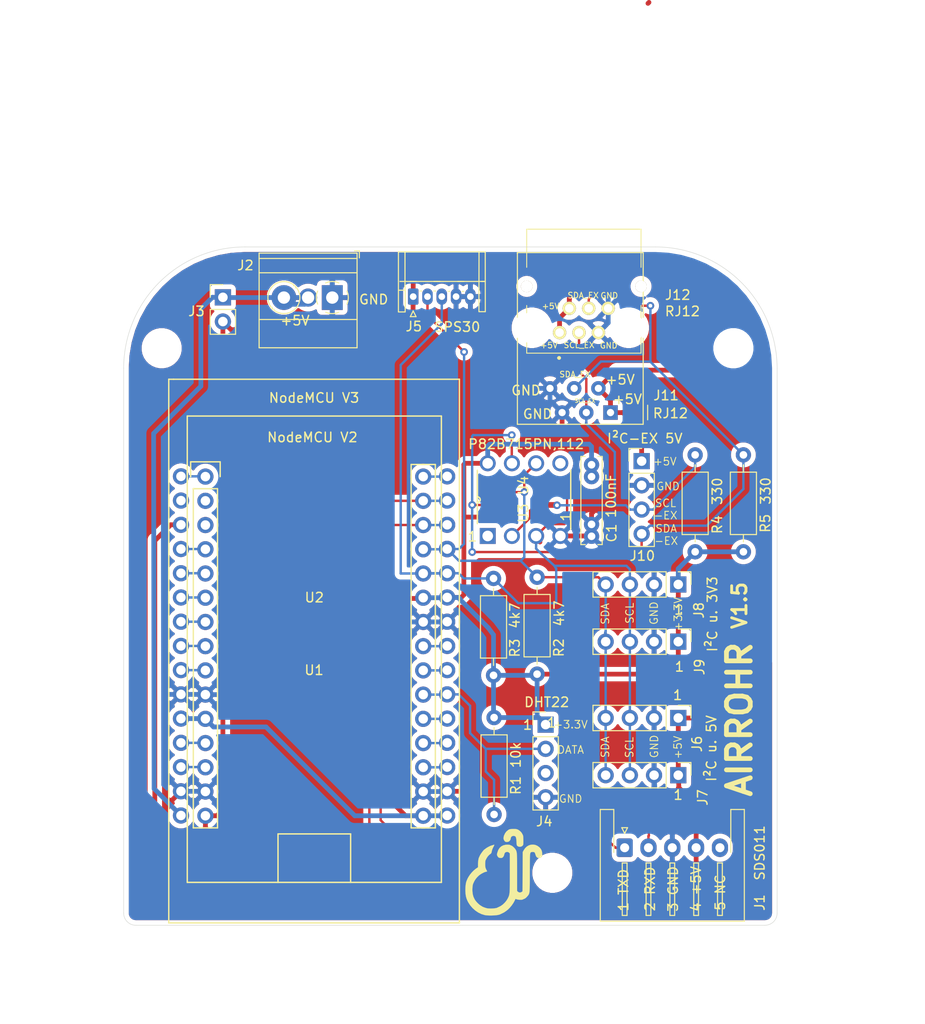
<source format=kicad_pcb>
(kicad_pcb (version 20171130) (host pcbnew 5.1.5+dfsg1-2build2)
  (layers (0 F.Cu signal) (31 B.Cu signal) (34 B.Paste user) (35 F.Paste user) (36 B.SilkS user) (37 F.SilkS user) (38 B.Mask user) (39 F.Mask user) (44 Edge.Cuts user))
  (net 0 "")
  (net 1 "Net-(U2-Pad3)")
  (net 2 "Net-(U2-Pad2)")
  (net 3 "Net-(U1-Pad30)")
  (net 4 "Net-(U1-Pad23)")
  (net 5 "Net-(U1-Pad22)")
  (net 6 "Net-(U1-Pad20)")
  (net 7 "Net-(U1-Pad19)")
  (net 8 "Net-(U1-Pad18)")
  (net 9 "Net-(U1-Pad13)")
  (net 10 "Net-(U1-Pad12)")
  (net 11 "Net-(U1-Pad9)")
  (net 12 "Net-(U1-Pad8)")
  (net 13 "Net-(U1-Pad7)")
  (net 14 "Net-(U1-Pad6)")
  (net 15 "Net-(U1-Pad5)")
  (net 16 "Net-(U1-Pad4)")
  (net 17 "Net-(U1-Pad2)")
  (net 18 "Net-(U1-Pad1)")
  (net 19 GND)
  (net 20 +3V3)
  (net 21 "Net-(J2-Pad2)")
  (net 22 TXD)
  (net 23 RXD)
  (net 24 +5V)
  (net 25 "Net-(J4-Pad3)")
  (net 26 "Net-(J4-Pad2)")
  (net 27 SDA)
  (net 28 SCL)
  (net 29 SDA-EX)
  (net 30 SCL-EX)
  (net 31 "Net-(U3-Pad5)")
  (net 32 "Net-(U3-Pad1)")
  (net 33 "Net-(J1-Pad5)")
  (module Connector_RJ:RJ12_Pulse_E5566Q0LK22L (layer F.Cu) (at 187.9981 22.71776 180)
    (fp_text reference J12 (at -9.85012 -0.1016 180) (layer F.SilkS))
    (fp_text value RJ12 (at -10.34542 -1.8161 180) (layer F.SilkS))
    (pad 1 thru_hole circle (at 2.55 -4.04 270) (size 1.4 1.4) (drill 0.9) (layers *.Cu *.Mask F.SilkS) (net 24 +5V))
    (pad 2 thru_hole circle (at 1.53 -1.5 270) (size 1.4 1.4) (drill 0.9) (layers *.Cu *.Mask F.SilkS) (net 24 +5V))
    (pad 3 thru_hole circle (at 0.51 -4.04 270) (size 1.4 1.4) (drill 0.9) (layers *.Cu *.Mask F.SilkS) (net 30 SCL-EX))
    (pad 4 thru_hole circle (at -0.51 -1.5 270) (size 1.4 1.4) (drill 0.9) (layers *.Cu *.Mask F.SilkS) (net 29 SDA-EX))
    (pad 5 thru_hole circle (at -1.53 -4.04 270) (size 1.4 1.4) (drill 0.9) (layers *.Cu *.Mask F.SilkS) (net 19 GND))
    (pad 6 thru_hole circle (at -2.55 -1.5 270) (size 1.4 1.4) (drill 0.9) (layers *.Cu *.Mask F.SilkS) (net 19 GND))
    (pad 7 thru_hole circle (at -6 0.8 270) (size 1.2 1.2) (drill 2.4) (layers *.Cu *.Mask F.SilkS))
    (pad 8 thru_hole circle (at 6 0.8 270) (size 1.2 1.2) (drill 2.4) (layers *.Cu *.Mask F.SilkS))
  )
  (module Connector_RJ:RJ12_Amphenol_54601 (layer F.Cu) (at 190.7921 35.14472 180)
    (fp_text reference J11 (at -5.83438 1.79706) (layer F.SilkS))
    (fp_text value RJ12)
    (pad 1 thru_hole rect (at 0 0 180) (size 1.52 1.52) (drill 0.76) (layers *.Cu *.Mask) (net 24 +5V))
    (pad "" np_thru_hole circle (at -1.91 8.89 180) (size 3.25 3.25) (drill 3.25) (layers *.Cu *.Mask))
    (pad 2 thru_hole circle (at 1.27 2.54 180) (size 1.52 1.52) (drill 0.76) (layers *.Cu *.Mask) (net 24 +5V))
    (pad 3 thru_hole circle (at 2.54 0 180) (size 1.52 1.52) (drill 0.76) (layers *.Cu *.Mask) (net 30 SCL-EX))
    (pad 4 thru_hole circle (at 3.81 2.54 180) (size 1.52 1.52) (drill 0.76) (layers *.Cu *.Mask) (net 29 SDA-EX))
    (pad 5 thru_hole circle (at 5.08 0 180) (size 1.52 1.52) (drill 0.76) (layers *.Cu *.Mask) (net 19 GND))
    (pad 6 thru_hole circle (at 6.35 2.54 180) (size 1.52 1.52) (drill 0.76) (layers *.Cu *.Mask) (net 19 GND))
    (pad "" np_thru_hole circle (at 8.25 8.89 180) (size 3.25 3.25) (drill 3.25) (layers *.Cu *.Mask))
  )
  (module "logos eigene:logo luftdaten.info" (layer F.Cu) (at 179.62626 83.33994 90)
    (fp_text reference G*** hide)
    (fp_text value LOGO hide)
  )
  (module Resistor_THT:R_Axial_DIN0207_L6.3mm_D2.5mm_P10.16mm_Horizontal (layer F.Cu) (at 204.74102 49.74336 90)
    (fp_text reference R5 (at 2.9845 2.30708 90) (layer F.SilkS))
    (fp_text value 330 (at 6.38302 2.3401 90) (layer F.SilkS))
    (pad 2 thru_hole oval (at 10.16 0 90) (size 1.6 1.6) (drill 0.8) (layers *.Cu *.Mask) (net 29 SDA-EX))
    (pad 1 thru_hole circle (at 0 0 90) (size 1.6 1.6) (drill 0.8) (layers *.Cu *.Mask) (net 20 +3V3))
  )
  (module ScrewTerminalBlock:TerminalBlock_1x02_P2,54mm_P5.08mm_Horizontal (layer F.Cu) (at 161.5948 23.0886 180)
    (fp_text reference J2 (at 9.11352 3.37312) (layer F.SilkS))
    (fp_text value Screw_Terminal_01x02)
    (pad 3 smd rect (at 3.76 0 180) (size 1 0.5) (layers B.Cu B.Paste B.Mask))
    (pad 3 smd rect (at 3.76 0 180) (size 1 0.5) (layers F.Cu F.Paste F.Mask))
    (pad 2 thru_hole circle (at 2.54 0 180) (size 1.9 1.9) (drill 1.3) (layers *.Cu *.Mask) (net 21 "Net-(J2-Pad2)"))
    (pad 1 thru_hole rect (at 0 0 180) (size 2.2 2.6) (drill 1.3) (layers *.Cu *.Mask) (net 19 GND))
    (pad 2 thru_hole circle (at 5.08 0 180) (size 2.6 2.6) (drill 1.3) (layers *.Cu *.Mask) (net 21 "Net-(J2-Pad2)"))
  )
  (module Connector_PinHeader_2.54mm:PinHeader_1x04_P2.54mm_Vertical (layer F.Cu) (at 194.06108 40.23726)
    (fp_text reference J10 (at 0.07112 9.93536) (layer F.SilkS))
    (fp_text value Conn_01x04_Male)
    (pad 4 thru_hole oval (at 0 7.62) (size 1.7 1.7) (drill 1) (layers *.Cu *.Mask) (net 29 SDA-EX))
    (pad 3 thru_hole oval (at 0 5.08) (size 1.7 1.7) (drill 1) (layers *.Cu *.Mask) (net 30 SCL-EX))
    (pad 2 thru_hole oval (at 0 2.54) (size 1.7 1.7) (drill 1) (layers *.Cu *.Mask) (net 19 GND))
    (pad 1 thru_hole rect (at 0 0) (size 1.7 1.7) (drill 1) (layers *.Cu *.Mask) (net 24 +5V))
  )
  (module P82B715:DIP254P762X420-8 (layer F.Cu) (at 185.52668 40.46474 90)
    (fp_text reference U3 (at -5.2324 -3.8862 90) (layer F.SilkS))
    (fp_text value P82B715PN,112 (at 2.0066 -3.5814) (layer F.SilkS))
    (pad 1 thru_hole rect (at -7.62 -7.62 90) (size 1.6764 1.6764) (drill 1.1176) (layers *.Cu *.Mask) (net 32 "Net-(U3-Pad1)"))
    (pad 2 thru_hole circle (at -7.62 -5.08 90) (size 1.6764 1.6764) (drill 1.1176) (layers *.Cu *.Mask) (net 30 SCL-EX))
    (pad 3 thru_hole circle (at -7.62 -2.54 90) (size 1.6764 1.6764) (drill 1.1176) (layers *.Cu *.Mask) (net 28 SCL))
    (pad 4 thru_hole circle (at -7.62 0 90) (size 1.6764 1.6764) (drill 1.1176) (layers *.Cu *.Mask) (net 19 GND))
    (pad 5 thru_hole circle (at 0 0 90) (size 1.6764 1.6764) (drill 1.1176) (layers *.Cu *.Mask) (net 31 "Net-(U3-Pad5)"))
    (pad 6 thru_hole circle (at 0 -2.54 90) (size 1.6764 1.6764) (drill 1.1176) (layers *.Cu *.Mask) (net 27 SDA))
    (pad 7 thru_hole circle (at 0 -5.08 90) (size 1.6764 1.6764) (drill 1.1176) (layers *.Cu *.Mask) (net 29 SDA-EX))
    (pad 8 thru_hole circle (at 0 -7.62 90) (size 1.6764 1.6764) (drill 1.1176) (layers *.Cu *.Mask) (net 20 +3V3))
  )
  (module Connector_PinHeader_2.54mm:PinHeader_1x04_P2.54mm_Vertical (layer F.Cu) (at 197.905 59.1684 270)
    (fp_text reference J9 (at 2.65266 -2.23176 90) (layer F.SilkS))
    (fp_text value Conn_01x04_Male)
    (pad 4 thru_hole oval (at 0 7.62 270) (size 1.7 1.7) (drill 1) (layers *.Cu *.Mask) (net 27 SDA))
    (pad 3 thru_hole oval (at 0 5.08 270) (size 1.7 1.7) (drill 1) (layers *.Cu *.Mask) (net 28 SCL))
    (pad 2 thru_hole oval (at 0 2.54 270) (size 1.7 1.7) (drill 1) (layers *.Cu *.Mask) (net 19 GND))
    (pad 1 thru_hole rect (at 0 0 270) (size 1.7 1.7) (drill 1) (layers *.Cu *.Mask) (net 20 +3V3))
  )
  (module Connector_PinHeader_2.54mm:PinHeader_1x04_P2.54mm_Vertical (layer F.Cu) (at 197.905 53.1684 270)
    (fp_text reference J8 (at 2.71414 -2.16572 90) (layer F.SilkS))
    (fp_text value Conn_01x04_Male)
    (pad 4 thru_hole oval (at 0 7.62 270) (size 1.7 1.7) (drill 1) (layers *.Cu *.Mask) (net 27 SDA))
    (pad 3 thru_hole oval (at 0 5.08 270) (size 1.7 1.7) (drill 1) (layers *.Cu *.Mask) (net 28 SCL))
    (pad 2 thru_hole oval (at 0 2.54 270) (size 1.7 1.7) (drill 1) (layers *.Cu *.Mask) (net 19 GND))
    (pad 1 thru_hole rect (at 0 0 270) (size 1.7 1.7) (drill 1) (layers *.Cu *.Mask) (net 20 +3V3))
  )
  (module P82B715:SOIC8 (layer F.Cu) (at 181.69128 44.19854 90)
    (fp_text reference U4 (at 1.4224 -0.0508 270) (layer F.SilkS))
    (fp_text value P82B715DR)
    (fp_text user 1 (at -1.88 4.43 90 unlocked) (layer F.SilkS))
    (pad 5 smd rect (at 1.905 -2.6 90) (size 0.6 2.2) (layers F.Cu F.Paste F.Mask))
    (pad 6 smd rect (at 0.635 -2.6 90) (size 0.6 2.2) (layers F.Cu F.Paste F.Mask) (net 27 SDA))
    (pad 8 smd rect (at -1.905 -2.6 90) (size 0.6 2.2) (layers F.Cu F.Paste F.Mask) (net 20 +3V3))
    (pad 4 smd rect (at 1.905 2.6 90) (size 0.6 2.2) (layers F.Cu F.Paste F.Mask) (net 19 GND))
    (pad 3 smd rect (at 0.635 2.6 90) (size 0.6 2.2) (layers F.Cu F.Paste F.Mask) (net 28 SCL))
    (pad 1 smd rect (at -1.905 2.6 90) (size 0.6 2.2) (layers F.Cu F.Paste F.Mask))
    (pad 7 smd rect (at -0.635 -2.6 90) (size 0.6 2.2) (layers F.Cu F.Paste F.Mask) (net 29 SDA-EX))
    (pad 2 smd rect (at -0.635 2.6 90) (size 0.6 2.2) (layers F.Cu F.Paste F.Mask) (net 30 SCL-EX))
  )
  (module C_THT_100nF:C_THT_100nF_L9.0mm_W2.0mm_P5.00mm_P7.50mm (layer F.Cu) (at 188.80328 40.61714 270)
    (fp_text reference C1 (at 7.16026 -2.10312 90) (layer F.SilkS))
    (fp_text value 100nF (at 3.2512 -2.05232 90) (layer F.SilkS))
    (pad 2 thru_hole circle (at 6.25 0 270) (size 1.6 1.6) (drill 0.8) (layers *.Cu *.Mask) (net 19 GND))
    (pad 1 thru_hole circle (at 1.25 0 270) (size 1.6 1.6) (drill 0.8) (layers *.Cu *.Mask) (net 20 +3V3))
    (pad 1 thru_hole circle (at 0 0 270) (size 1.6 1.6) (drill 0.8) (layers *.Cu *.Mask) (net 20 +3V3))
    (pad 2 thru_hole circle (at 7.5 0 270) (size 1.6 1.6) (drill 0.8) (layers *.Cu *.Mask) (net 19 GND))
  )
  (module Connector_JST:JST_XH_S5B-XH-A-1_1x05_P2.50mm_Horizontal (layer F.Cu) (at 192.278 80.772)
    (fp_text reference J1 (at 14.17828 5.75056 90) (layer F.SilkS))
    (fp_text value Conn_01x05)
    (pad 5 thru_hole oval (at 10 0) (size 1.7 1.95) (drill 0.95) (layers *.Cu *.Mask) (net 33 "Net-(J1-Pad5)"))
    (pad 4 thru_hole oval (at 7.5 0) (size 1.7 1.95) (drill 0.95) (layers *.Cu *.Mask) (net 24 +5V))
    (pad 3 thru_hole oval (at 5 0) (size 1.7 1.95) (drill 0.95) (layers *.Cu *.Mask) (net 19 GND))
    (pad 2 thru_hole oval (at 2.5 0) (size 1.7 1.95) (drill 0.95) (layers *.Cu *.Mask) (net 23 RXD))
    (pad 1 thru_hole roundrect (at 0 0) (size 1.7 1.95) (drill 0.95) (layers *.Cu *.Mask) (roundrect_rratio 0.147059) (net 22 TXD))
  )
  (module nodemcu:NodeMCU_Amica_R2 (layer F.Cu) (at 148.2786 41.8592)
    (fp_text reference U2 (at 11.43 12.68) (layer F.SilkS))
    (fp_text value "NodeMCU V2" (at 11.2268 -4.1148) (layer F.SilkS))
    (pad 29 thru_hole circle (at 22.86 2.54) (size 1.7 1.7) (drill 1) (layers *.Cu *.Mask) (net 22 TXD))
    (pad 27 thru_hole circle (at 22.86 7.62) (size 1.7 1.7) (drill 1) (layers *.Cu *.Mask) (net 27 SDA))
    (pad 28 thru_hole circle (at 22.86 5.08) (size 1.7 1.7) (drill 1) (layers *.Cu *.Mask) (net 23 RXD))
    (pad 20 thru_hole circle (at 22.86 25.4) (size 1.7 1.7) (drill 1) (layers *.Cu *.Mask) (net 6 "Net-(U1-Pad20)"))
    (pad 21 thru_hole circle (at 22.86 22.86) (size 1.7 1.7) (drill 1) (layers *.Cu *.Mask) (net 26 "Net-(J4-Pad2)"))
    (pad 23 thru_hole circle (at 22.86 17.78) (size 1.7 1.7) (drill 1) (layers *.Cu *.Mask) (net 4 "Net-(U1-Pad23)"))
    (pad 22 thru_hole circle (at 22.86 20.32) (size 1.7 1.7) (drill 1) (layers *.Cu *.Mask) (net 5 "Net-(U1-Pad22)"))
    (pad 16 thru_hole circle (at 22.86 35.56) (size 1.7 1.7) (drill 1) (layers *.Cu *.Mask) (net 20 +3V3))
    (pad 24 thru_hole circle (at 22.86 15.24) (size 1.7 1.7) (drill 1) (layers *.Cu *.Mask) (net 19 GND))
    (pad 26 thru_hole circle (at 22.86 10.16) (size 1.7 1.7) (drill 1) (layers *.Cu *.Mask) (net 28 SCL))
    (pad 25 thru_hole circle (at 22.86 12.7) (size 1.7 1.7) (drill 1) (layers *.Cu *.Mask) (net 20 +3V3))
    (pad 19 thru_hole circle (at 22.86 27.94) (size 1.7 1.7) (drill 1) (layers *.Cu *.Mask) (net 7 "Net-(U1-Pad19)"))
    (pad 17 thru_hole circle (at 22.86 33.02) (size 1.7 1.7) (drill 1) (layers *.Cu *.Mask) (net 19 GND))
    (pad 18 thru_hole circle (at 22.86 30.48) (size 1.7 1.7) (drill 1) (layers *.Cu *.Mask) (net 8 "Net-(U1-Pad18)"))
    (pad 30 thru_hole circle (at 22.86 0) (size 1.7 1.7) (drill 1) (layers *.Cu *.Mask) (net 3 "Net-(U1-Pad30)"))
    (pad 15 thru_hole circle (at 0 35.56) (size 1.7 1.7) (drill 1) (layers *.Cu *.Mask) (net 24 +5V))
    (pad 14 thru_hole circle (at 0 33.02) (size 1.7 1.7) (drill 1) (layers *.Cu *.Mask) (net 19 GND))
    (pad 13 thru_hole circle (at 0 30.48) (size 1.7 1.7) (drill 1) (layers *.Cu *.Mask) (net 9 "Net-(U1-Pad13)"))
    (pad 12 thru_hole circle (at 0 27.94) (size 1.7 1.7) (drill 1) (layers *.Cu *.Mask) (net 10 "Net-(U1-Pad12)"))
    (pad 11 thru_hole circle (at 0 25.4) (size 1.7 1.7) (drill 1) (layers *.Cu *.Mask) (net 20 +3V3))
    (pad 10 thru_hole circle (at 0 22.86) (size 1.7 1.7) (drill 1) (layers *.Cu *.Mask) (net 19 GND))
    (pad 9 thru_hole circle (at 0 20.32) (size 1.7 1.7) (drill 1) (layers *.Cu *.Mask) (net 11 "Net-(U1-Pad9)"))
    (pad 8 thru_hole circle (at 0 17.78) (size 1.7 1.7) (drill 1) (layers *.Cu *.Mask) (net 12 "Net-(U1-Pad8)"))
    (pad 7 thru_hole circle (at 0 15.24) (size 1.7 1.7) (drill 1) (layers *.Cu *.Mask) (net 13 "Net-(U1-Pad7)"))
    (pad 6 thru_hole circle (at 0 12.7) (size 1.7 1.7) (drill 1) (layers *.Cu *.Mask) (net 14 "Net-(U1-Pad6)"))
    (pad 5 thru_hole circle (at 0 10.16) (size 1.7 1.7) (drill 1) (layers *.Cu *.Mask) (net 15 "Net-(U1-Pad5)"))
    (pad 4 thru_hole circle (at 0 7.62) (size 1.7 1.7) (drill 1) (layers *.Cu *.Mask) (net 16 "Net-(U1-Pad4)"))
    (pad 3 thru_hole circle (at 0 5.08) (size 1.7 1.7) (drill 1) (layers *.Cu *.Mask) (net 1 "Net-(U2-Pad3)"))
    (pad 2 thru_hole circle (at 0 2.54) (size 1.7 1.7) (drill 1) (layers *.Cu *.Mask) (net 2 "Net-(U2-Pad2)"))
    (pad 1 thru_hole circle (at 0 0) (size 1.7 1.7) (drill 1) (layers *.Cu *.Mask) (net 18 "Net-(U1-Pad1)"))
  )
  (module ESP8266:NodeMCU-LoLinV3 (layer F.Cu) (at 159.6832 62.1538)
    (fp_text reference U1 (at 0 0) (layer F.SilkS))
    (fp_text value "NodeMCU V3" (at 0 -28.5496) (layer F.SilkS))
    (pad 30 thru_hole circle (at 13.97 -20.32) (size 1.7 1.7) (drill 1) (layers *.Cu *.Mask) (net 3 "Net-(U1-Pad30)"))
    (pad 29 thru_hole circle (at 13.97 -17.78) (size 1.7 1.7) (drill 1) (layers *.Cu *.Mask) (net 22 TXD))
    (pad 28 thru_hole circle (at 13.97 -15.24) (size 1.7 1.7) (drill 1) (layers *.Cu *.Mask) (net 23 RXD))
    (pad 27 thru_hole circle (at 13.97 -12.7) (size 1.74 1.74) (drill 1) (layers *.Cu *.Mask) (net 27 SDA))
    (pad 26 thru_hole circle (at 13.97 -10.16) (size 1.7 1.7) (drill 1) (layers *.Cu *.Mask) (net 28 SCL))
    (pad 25 thru_hole circle (at 13.97 -7.62) (size 1.7 1.7) (drill 1) (layers *.Cu *.Mask) (net 20 +3V3))
    (pad 24 thru_hole circle (at 13.97 -5.08) (size 1.7 1.7) (drill 1) (layers *.Cu *.Mask) (net 19 GND))
    (pad 23 thru_hole circle (at 13.97 -2.54) (size 1.7 1.7) (drill 1) (layers *.Cu *.Mask) (net 4 "Net-(U1-Pad23)"))
    (pad 22 thru_hole circle (at 13.97 0) (size 1.7 1.7) (drill 1) (layers *.Cu *.Mask) (net 5 "Net-(U1-Pad22)"))
    (pad 21 thru_hole circle (at 13.97 2.54) (size 1.7 1.7) (drill 1) (layers *.Cu *.Mask) (net 26 "Net-(J4-Pad2)"))
    (pad 20 thru_hole circle (at 13.97 5.08) (size 1.7 1.7) (drill 1) (layers *.Cu *.Mask) (net 6 "Net-(U1-Pad20)"))
    (pad 19 thru_hole circle (at 13.97 7.62) (size 1.7 1.7) (drill 1) (layers *.Cu *.Mask) (net 7 "Net-(U1-Pad19)"))
    (pad 18 thru_hole circle (at 13.97 10.16) (size 1.7 1.7) (drill 1) (layers *.Cu *.Mask) (net 8 "Net-(U1-Pad18)"))
    (pad 17 thru_hole circle (at 13.97 12.7) (size 1.7 1.7) (drill 1) (layers *.Cu *.Mask) (net 19 GND))
    (pad 16 thru_hole circle (at 13.97 15.24) (size 1.7 1.7) (drill 1) (layers *.Cu *.Mask) (net 20 +3V3))
    (pad 15 thru_hole circle (at -13.97 15.24) (size 1.7 1.7) (drill 1) (layers *.Cu *.Mask) (net 21 "Net-(J2-Pad2)"))
    (pad 14 thru_hole circle (at -13.97 12.7) (size 1.7 1.7) (drill 1) (layers *.Cu *.Mask) (net 19 GND))
    (pad 13 thru_hole circle (at -13.97 10.16) (size 1.7 1.7) (drill 1) (layers *.Cu *.Mask) (net 9 "Net-(U1-Pad13)"))
    (pad 12 thru_hole circle (at -13.97 7.62) (size 1.7 1.7) (drill 1) (layers *.Cu *.Mask) (net 10 "Net-(U1-Pad12)"))
    (pad 11 thru_hole circle (at -13.97 5.08) (size 1.7 1.7) (drill 1) (layers *.Cu *.Mask) (net 20 +3V3))
    (pad 10 thru_hole circle (at -13.97 2.54) (size 1.7 1.7) (drill 1) (layers *.Cu *.Mask) (net 19 GND))
    (pad 9 thru_hole circle (at -13.97 0) (size 1.7 1.7) (drill 1) (layers *.Cu *.Mask) (net 11 "Net-(U1-Pad9)"))
    (pad 8 thru_hole circle (at -13.97 -2.54) (size 1.7 1.7) (drill 1) (layers *.Cu *.Mask) (net 12 "Net-(U1-Pad8)"))
    (pad 7 thru_hole circle (at -13.97 -5.08) (size 1.7 1.7) (drill 1) (layers *.Cu *.Mask) (net 13 "Net-(U1-Pad7)"))
    (pad 6 thru_hole circle (at -13.97 -7.62) (size 1.7 1.7) (drill 1) (layers *.Cu *.Mask) (net 14 "Net-(U1-Pad6)"))
    (pad 5 thru_hole circle (at -13.97 -10.16) (size 1.7 1.7) (drill 1) (layers *.Cu *.Mask) (net 15 "Net-(U1-Pad5)"))
    (pad 4 thru_hole circle (at -13.97 -12.7) (size 1.7 1.7) (drill 1) (layers *.Cu *.Mask) (net 16 "Net-(U1-Pad4)"))
    (pad 3 thru_hole circle (at -13.97 -15.24) (size 1.7 1.7) (drill 1) (layers *.Cu *.Mask) (net 24 +5V))
    (pad 2 thru_hole circle (at -13.97 -17.78) (size 1.7 1.7) (drill 1) (layers *.Cu *.Mask) (net 17 "Net-(U1-Pad2)"))
    (pad 1 thru_hole circle (at -13.97 -20.32) (size 1.7 1.7) (drill 1) (layers *.Cu *.Mask) (net 18 "Net-(U1-Pad1)"))
  )
  (module Connector_PinHeader_2.54mm:PinHeader_1x04_P2.54mm_Vertical (layer F.Cu) (at 197.905 73.1684 270)
    (fp_text reference J7 (at 2.3331 -2.56196 90) (layer F.SilkS))
    (fp_text value Conn_01x04_Male)
    (pad 4 thru_hole oval (at 0 7.62 270) (size 1.7 1.7) (drill 1) (layers *.Cu *.Mask) (net 27 SDA))
    (pad 3 thru_hole oval (at 0 5.08 270) (size 1.7 1.7) (drill 1) (layers *.Cu *.Mask) (net 28 SCL))
    (pad 2 thru_hole oval (at 0 2.54 270) (size 1.7 1.7) (drill 1) (layers *.Cu *.Mask) (net 19 GND))
    (pad 1 thru_hole rect (at 0 0 270) (size 1.7 1.7) (drill 1) (layers *.Cu *.Mask) (net 24 +5V))
  )
  (module Connector_PinHeader_2.54mm:PinHeader_1x04_P2.54mm_Vertical (layer F.Cu) (at 197.905 67.1684 270)
    (fp_text reference J6 (at 2.72478 -1.9676 90) (layer F.SilkS))
    (fp_text value Conn_01x04_Male)
    (pad 4 thru_hole oval (at 0 7.62 270) (size 1.7 1.7) (drill 1) (layers *.Cu *.Mask) (net 27 SDA))
    (pad 3 thru_hole oval (at 0 5.08 270) (size 1.7 1.7) (drill 1) (layers *.Cu *.Mask) (net 28 SCL))
    (pad 2 thru_hole oval (at 0 2.54 270) (size 1.7 1.7) (drill 1) (layers *.Cu *.Mask) (net 19 GND))
    (pad 1 thru_hole rect (at 0 0 270) (size 1.7 1.7) (drill 1) (layers *.Cu *.Mask) (net 24 +5V))
  )
  (module Connector_JST_ZH:JST_ZH_S5B-EH_1x05_P1.50mm_Horizontal (layer F.Cu) (at 170.085 22.987)
    (fp_text reference J5 (at 0.06706 3.13436) (layer F.SilkS))
    (fp_text value Conn_01x05)
    (pad 5 thru_hole oval (at 6 0) (size 1.1 1.7) (drill 0.7) (layers *.Cu *.Mask) (net 19 GND))
    (pad 4 thru_hole oval (at 4.5 0) (size 1.1 1.7) (drill 0.7) (layers *.Cu *.Mask) (net 19 GND))
    (pad 3 thru_hole oval (at 3 0) (size 1.1 1.7) (drill 0.7) (layers *.Cu *.Mask) (net 28 SCL))
    (pad 2 thru_hole oval (at 1.5 0) (size 1.1 1.7) (drill 0.7) (layers *.Cu *.Mask) (net 27 SDA))
    (pad 1 thru_hole roundrect (at 0 0) (size 1.1 1.7) (drill 0.7) (layers *.Cu *.Mask) (roundrect_rratio 0.147) (net 24 +5V))
  )
  (module Resistor_THT:R_Axial_DIN0207_L6.3mm_D2.5mm_P10.16mm_Horizontal (layer F.Cu) (at 199.67702 49.74336 90)
    (fp_text reference R4 (at 2.85242 2.3241 90) (layer F.SilkS))
    (fp_text value 330 (at 6.35 2.3241 90) (layer F.SilkS))
    (pad 2 thru_hole oval (at 10.16 0 90) (size 1.6 1.6) (drill 0.8) (layers *.Cu *.Mask) (net 30 SCL-EX))
    (pad 1 thru_hole circle (at 0 0 90) (size 1.6 1.6) (drill 0.8) (layers *.Cu *.Mask) (net 20 +3V3))
  )
  (module Resistor_THT:R_Axial_DIN0207_L6.3mm_D2.5mm_P10.16mm_Horizontal (layer F.Cu) (at 178.51628 62.69736 90)
    (fp_text reference R3 (at 2.86766 2.24028 90) (layer F.SilkS))
    (fp_text value 4k7 (at 6.26618 2.24028 90) (layer F.SilkS))
    (pad 2 thru_hole oval (at 10.16 0 90) (size 1.6 1.6) (drill 0.8) (layers *.Cu *.Mask) (net 28 SCL))
    (pad 1 thru_hole circle (at 0 0 90) (size 1.6 1.6) (drill 0.8) (layers *.Cu *.Mask) (net 20 +3V3))
  )
  (module Resistor_THT:R_Axial_DIN0207_L6.3mm_D2.5mm_P10.16mm_Horizontal (layer F.Cu) (at 183.08828 62.57036 90)
    (fp_text reference R2 (at 2.77368 2.286 90) (layer F.SilkS))
    (fp_text value 4k7 (at 6.36778 2.31902 90) (layer F.SilkS))
    (pad 2 thru_hole oval (at 10.16 0 90) (size 1.6 1.6) (drill 0.8) (layers *.Cu *.Mask) (net 27 SDA))
    (pad 1 thru_hole circle (at 0 0 90) (size 1.6 1.6) (drill 0.8) (layers *.Cu *.Mask) (net 20 +3V3))
  )
  (module Resistor_THT:R_Axial_DIN0207_L6.3mm_D2.5mm_P10.16mm_Horizontal (layer F.Cu) (at 178.5747 67.12712 270)
    (fp_text reference R1 (at 7.11708 -2.28092 90) (layer F.SilkS))
    (fp_text value 10k (at 3.91922 -2.28092 90) (layer F.SilkS))
    (pad 2 thru_hole oval (at 10.16 0 270) (size 1.6 1.6) (drill 0.8) (layers *.Cu *.Mask) (net 26 "Net-(J4-Pad2)"))
    (pad 1 thru_hole circle (at 0 0 270) (size 1.6 1.6) (drill 0.8) (layers *.Cu *.Mask) (net 20 +3V3))
  )
  (module Connector_PinHeader_2.54mm:PinHeader_1x04_P2.54mm_Vertical (layer F.Cu) (at 183.9849 67.86372)
    (fp_text reference J4 (at -0.14478 10.15492) (layer F.SilkS))
    (fp_text value Conn_01x04_Male)
    (pad 4 thru_hole oval (at 0 7.62) (size 1.7 1.7) (drill 1) (layers *.Cu *.Mask) (net 19 GND))
    (pad 3 thru_hole oval (at 0 5.08) (size 1.7 1.7) (drill 1) (layers *.Cu *.Mask) (net 25 "Net-(J4-Pad3)"))
    (pad 2 thru_hole oval (at 0 2.54) (size 1.7 1.7) (drill 1) (layers *.Cu *.Mask) (net 26 "Net-(J4-Pad2)"))
    (pad 1 thru_hole rect (at 0 0) (size 1.7 1.7) (drill 1) (layers *.Cu *.Mask) (net 20 +3V3))
  )
  (module Connector_PinHeader_2.54mm:PinHeader_1x02_P2.54mm_Vertical (layer F.Cu) (at 150.114 23.0632)
    (fp_text reference J3 (at -2.77368 1.46304) (layer F.SilkS))
    (fp_text value Conn_01x02_Male)
    (pad 2 thru_hole oval (at 0 2.54) (size 1.7 1.7) (drill 1) (layers *.Cu *.Mask) (net 24 +5V))
    (pad 1 thru_hole rect (at 0 0) (size 1.7 1.7) (drill 1) (layers *.Cu *.Mask) (net 21 "Net-(J2-Pad2)"))
  )
  (module MountingHole:MountingHole_3.2mm_M3 (layer F.Cu) (at 184.6894 83.4)
    (fp_text reference REF** hide)
    (fp_text value MountingHole_3.2mm_M3)
    (pad 1 np_thru_hole circle (at 0 0) (size 3.2 3.2) (drill 3.2) (layers *.Cu *.Mask))
  )
  (module MountingHole:MountingHole_3.2mm_M3 (layer F.Cu) (at 203.6894 28.4)
    (fp_text reference REF** hide)
    (fp_text value MountingHole_3.2mm_M3)
    (pad 1 np_thru_hole circle (at 0 0) (size 3.2 3.2) (drill 3.2) (layers *.Cu *.Mask))
  )
  (module MountingHole:MountingHole_3.2mm_M3 (layer F.Cu) (at 143.6894 28.4)
    (fp_text reference REF** hide)
    (fp_text value MountingHole_3.2mm_M3)
    (pad 1 np_thru_hole circle (at 0 0) (size 3.2 3.2) (drill 3.2) (layers *.Cu *.Mask))
  )
  (gr_text DATA (at 186.61126 70.50532) (layer F.SilkS) (effects (font (size 0.8 0.8) (thickness 0.1))))
  (gr_text GND (at 186.61126 75.64374) (layer F.SilkS) (effects (font (size 0.8 0.8) (thickness 0.1))))
  (gr_text +3.3V (at 186.61126 67.85864) (layer F.SilkS) (effects (font (size 0.8 0.8) (thickness 0.1))))
  (gr_text 1 (at 197.89394 75.24242) (layer F.SilkS) (effects (font (size 1 1))))
  (gr_text +5V (at 197.86092 70.25386 90) (layer F.SilkS) (effects (font (size 0.8 0.8) (thickness 0.1))))
  (gr_text GND (at 195.38696 70.1548 90) (layer F.SilkS) (effects (font (size 0.8 0.8) (thickness 0.1))))
  (gr_text SCL (at 192.78092 70.25386 90) (layer F.SilkS) (effects (font (size 0.8 0.8) (thickness 0.1))))
  (gr_text SDA (at 190.24092 70.22084 90) (layer F.SilkS) (effects (font (size 0.8 0.8) (thickness 0.1))))
  (gr_text SDA (at 190.24092 56.2483 90) (layer F.SilkS) (effects (font (size 0.8 0.8) (thickness 0.1))))
  (gr_text SCL (at 192.81394 56.17718 90) (layer F.SilkS) (effects (font (size 0.8 0.8) (thickness 0.1))))
  (gr_text GND (at 195.35394 56.17718 90) (layer F.SilkS) (effects (font (size 0.8 0.8) (thickness 0.1))))
  (gr_text +3.3V (at 197.89394 56.27624 90) (layer F.SilkS) (effects (font (size 0.8 0.8) (thickness 0.1))))
  (gr_text "SDA\n-EX" (at 196.63918 47.96028) (layer F.SilkS) (effects (font (size 0.8 0.8) (thickness 0.1))))
  (gr_text "SCL\n-EX" (at 196.57314 45.29074) (layer F.SilkS) (effects (font (size 0.8 0.8) (thickness 0.1))))
  (gr_text GND (at 196.8373 42.88028) (layer F.SilkS) (effects (font (size 0.8 0.8) (thickness 0.1))))
  (gr_text +5V (at 196.5071 40.27678) (layer F.SilkS) (effects (font (size 0.8 0.8) (thickness 0.1))))
  (gr_text SCL_EX (at 187.49772 28.07716) (layer F.SilkS) (effects (font (size 0.6 0.6) (thickness 0.1))))
  (gr_text SDA_EX (at 187.92444 22.86) (layer F.SilkS) (effects (font (size 0.6 0.6) (thickness 0.1))))
  (gr_text +5V (at 184.33288 28.09748) (layer F.SilkS) (effects (font (size 0.6 0.6) (thickness 0.1))))
  (gr_text +5V (at 184.51576 23.99538) (layer F.SilkS) (effects (font (size 0.6 0.6) (thickness 0.1))))
  (gr_text GND (at 190.6651 22.88032) (layer F.SilkS) (effects (font (size 0.6 0.6) (thickness 0.1))))
  (gr_text GND (at 190.60414 28.1178) (layer F.SilkS) (effects (font (size 0.6 0.6) (thickness 0.1))))
  (gr_text SCL_EX (at 188.11748 33.91154) (layer F.SilkS) (effects (font (size 0.4 0.4) (thickness 0.08))))
  (gr_text SDA_EX (at 187.06338 31.1404) (layer F.SilkS) (effects (font (size 0.6 0.6) (thickness 0.1))))
  (gr_text +5V (at 192.5701 33.74644) (layer F.SilkS) (effects (font (size 1 1))))
  (gr_text +5V (at 191.81318 31.6992) (layer F.SilkS) (effects (font (size 1 1))))
  (gr_text GND (at 183.13654 35.30346) (layer F.SilkS) (effects (font (size 1 1))))
  (gr_text GND (at 181.91734 32.8295) (layer F.SilkS) (effects (font (size 1 1))))
  (gr_text RJ12 (at 197.08876 35.22726) (layer F.SilkS) (effects (font (size 1 1))))
  (gr_arc (start 195.51396 30.54588) (end 208.28 30.54588) (angle -90) (layer Edge.Cuts) (width 0.05))
  (gr_arc (start 152.42932 30.51048) (end 152.42932 17.78) (angle -90) (layer Edge.Cuts) (width 0.05))
  (gr_text 1 (at 182.0926 67.89166) (layer F.SilkS) (effects (font (size 1 1))))
  (gr_text "I²C u. 5V" (at 201.38898 70.35546 90) (layer F.SilkS) (effects (font (size 1 1))))
  (gr_text 1 (at 197.84314 64.77762) (layer F.SilkS) (effects (font (size 1 1))))
  (gr_text 1 (at 197.95998 55.82158) (layer F.SilkS) (effects (font (size 1 1))))
  (gr_text 1 (at 176.29124 48.16094) (layer F.SilkS) (effects (font (size 1 1))))
  (gr_text "I²C u. 3V3" (at 201.48804 56.27878 90) (layer F.SilkS) (effects (font (size 1 1))))
  (gr_line (start 140.97 88.9) (end 207.01 88.9) (layer Edge.Cuts) (width 0.05))
  (gr_line (start 208.28 30.54588) (end 208.28 87.63) (layer Edge.Cuts) (width 0.05))
  (gr_arc (start 207.01 87.63) (end 207.01 88.9) (angle -90) (layer Edge.Cuts) (width 0.05))
  (gr_text "4 +5V" (at 199.771 85.09 90) (layer F.SilkS) (effects (font (size 1 1))))
  (gr_text V1.5 (at 204.3303 55.37454 90) (layer F.SilkS) (effects (font (size 1.5 1.5) (thickness 0.3))))
  (gr_text 1 (at 184.6199 67.66052) (layer F.SilkS) (effects (font (size 1 1))))
  (gr_text 1 (at 198.0288 61.7982) (layer F.SilkS) (effects (font (size 1 1))))
  (gr_text AIRROHR (at 204.3303 67.31 90) (layer F.SilkS) (effects (font (size 2.5 2.5) (thickness 0.5))))
  (gr_text "I²C-EX 5V" (at 194.39636 37.86632) (layer F.SilkS) (effects (font (size 1 1))))
  (gr_text "\n" (at 190.3095 34.79292 90) (layer F.SilkS) (effects (font (size 1 1))))
  (gr_text SPS30 (at 174.71644 26.1747) (layer F.SilkS) (effects (font (size 1 1))))
  (gr_line (start 152.42932 17.78) (end 195.51396 17.78) (layer Edge.Cuts) (width 0.05))
  (gr_line (start 139.7 87.63) (end 139.7 30.51048) (layer Edge.Cuts) (width 0.05))
  (gr_arc (start 140.97 87.63) (end 139.7 87.63) (angle -90) (layer Edge.Cuts) (width 0.05))
  (gr_text DHT22 (at 184.10428 65.51676) (layer F.SilkS) (effects (font (size 1 1))))
  (gr_text GND (at 165.9382 23.2918) (layer F.SilkS) (effects (font (size 1 1))))
  (gr_text +5V (at 157.6832 25.5016) (layer F.SilkS) (effects (font (size 1 1))))
  (gr_text "2 RXD" (at 194.945 85.09 90) (layer F.SilkS) (effects (font (size 1 1))))
  (gr_text "3 GND" (at 197.358 85.09 90) (layer F.SilkS) (effects (font (size 1 1))))
  (gr_text "5 NC" (at 202.311 85.471 90) (layer F.SilkS) (effects (font (size 1 1))))
  (gr_text "1 TXD" (at 192.151 85.217 90) (layer F.SilkS) (effects (font (size 1 1))))
  (gr_text SDS011 (at 206.45628 81.31048 90) (layer F.SilkS) (effects (font (size 1 1))))
  (segment (start 194.82816 -7.8613) (end 194.72656 -7.7597) (width 0.5) (layer F.Cu) (net 0))
  (segment (start 173.6278 41.8592) (end 173.6532 41.8338) (width 0.25) (layer B.Cu) (net 3))
  (segment (start 171.1386 41.8592) (end 173.6278 41.8592) (width 0.25) (layer B.Cu) (net 3))
  (segment (start 173.6278 59.6392) (end 173.6532 59.6138) (width 0.25) (layer B.Cu) (net 4))
  (segment (start 171.1386 59.6392) (end 173.6278 59.6392) (width 0.25) (layer B.Cu) (net 4))
  (segment (start 173.6278 62.1792) (end 173.6532 62.1538) (width 0.25) (layer B.Cu) (net 5))
  (segment (start 171.1386 62.1792) (end 173.6278 62.1792) (width 0.25) (layer B.Cu) (net 5))
  (segment (start 171.1386 67.2592) (end 174.1612 67.2592) (width 0.25) (layer B.Cu) (net 6))
  (segment (start 174.1358 67.2338) (end 173.6532 67.2338) (width 0.25) (layer B.Cu) (net 6))
  (segment (start 174.1612 67.2592) (end 174.1358 67.2338) (width 0.25) (layer B.Cu) (net 6))
  (segment (start 173.6278 69.7992) (end 173.6532 69.7738) (width 0.25) (layer B.Cu) (net 7))
  (segment (start 171.1386 69.7992) (end 173.6278 69.7992) (width 0.25) (layer B.Cu) (net 7))
  (segment (start 173.6278 72.3392) (end 173.6532 72.3138) (width 0.25) (layer B.Cu) (net 8))
  (segment (start 171.1386 72.3392) (end 173.6278 72.3392) (width 0.25) (layer B.Cu) (net 8))
  (segment (start 148.2532 72.3138) (end 148.2786 72.3392) (width 0.25) (layer B.Cu) (net 9))
  (segment (start 145.7132 72.3138) (end 148.2532 72.3138) (width 0.25) (layer B.Cu) (net 9))
  (segment (start 148.2532 69.7738) (end 148.2786 69.7992) (width 0.25) (layer B.Cu) (net 10))
  (segment (start 145.7132 69.7738) (end 148.2532 69.7738) (width 0.25) (layer B.Cu) (net 10))
  (segment (start 148.2532 62.1538) (end 148.2786 62.1792) (width 0.25) (layer B.Cu) (net 11))
  (segment (start 145.7132 62.1538) (end 148.2532 62.1538) (width 0.25) (layer B.Cu) (net 11))
  (segment (start 148.2532 59.6138) (end 148.2786 59.6392) (width 0.25) (layer B.Cu) (net 12))
  (segment (start 145.7132 59.6138) (end 148.2532 59.6138) (width 0.25) (layer B.Cu) (net 12))
  (segment (start 148.2532 57.0738) (end 148.2786 57.0992) (width 0.25) (layer B.Cu) (net 13))
  (segment (start 145.7132 57.0738) (end 148.2532 57.0738) (width 0.25) (layer B.Cu) (net 13))
  (segment (start 148.2532 54.5338) (end 148.2786 54.5592) (width 0.25) (layer B.Cu) (net 14))
  (segment (start 145.7132 54.5338) (end 148.2532 54.5338) (width 0.25) (layer B.Cu) (net 14))
  (segment (start 148.2532 51.9938) (end 148.2786 52.0192) (width 0.25) (layer B.Cu) (net 15))
  (segment (start 145.7132 51.9938) (end 148.2532 51.9938) (width 0.25) (layer B.Cu) (net 15))
  (segment (start 148.2532 49.4538) (end 148.2786 49.4792) (width 0.25) (layer B.Cu) (net 16))
  (segment (start 145.7132 49.4538) (end 148.2532 49.4538) (width 0.25) (layer B.Cu) (net 16))
  (segment (start 148.2532 41.8338) (end 148.2786 41.8592) (width 0.25) (layer B.Cu) (net 18))
  (segment (start 145.7132 41.8338) (end 148.2532 41.8338) (width 0.25) (layer B.Cu) (net 18))
  (segment (start 173.6278 57.0992) (end 173.6532 57.0738) (width 0.25) (layer B.Cu) (net 19))
  (segment (start 171.1386 57.0992) (end 173.6278 57.0992) (width 0.5) (layer B.Cu) (net 19))
  (segment (start 170.9862 57.0992) (end 171.1386 57.0992) (width 0.25) (layer B.Cu) (net 19))
  (segment (start 171.1386 57.0992) (end 167.2778 57.0992) (width 0.5) (layer B.Cu) (net 19))
  (segment (start 148.2532 64.6938) (end 148.2786 64.7192) (width 0.5) (layer B.Cu) (net 19))
  (segment (start 145.7132 64.6938) (end 148.2532 64.6938) (width 0.5) (layer B.Cu) (net 19))
  (segment (start 148.2532 74.8538) (end 148.2786 74.8792) (width 0.5) (layer B.Cu) (net 19))
  (segment (start 145.7132 74.8538) (end 148.2532 74.8538) (width 0.5) (layer B.Cu) (net 19))
  (segment (start 173.6278 74.8792) (end 173.6532 74.8538) (width 0.5) (layer B.Cu) (net 19))
  (segment (start 171.1386 74.8792) (end 173.6278 74.8792) (width 0.5) (layer B.Cu) (net 19))
  (segment (start 144.3924 64.6938) (end 145.7132 64.6938) (width 0.5) (layer B.Cu) (net 19))
  (segment (start 144.0114 65.0748) (end 144.3924 64.6938) (width 0.5) (layer B.Cu) (net 19))
  (segment (start 145.7132 74.8538) (end 144.0114 73.152) (width 0.5) (layer B.Cu) (net 19))
  (segment (start 144.0114 73.152) (end 144.0114 65.0748) (width 0.5) (layer B.Cu) (net 19))
  (segment (start 148.2786 64.7192) (end 152.495 64.7192) (width 0.5) (layer B.Cu) (net 19))
  (segment (start 152.495 64.7192) (end 163.5948 53.6194) (width 0.5) (layer B.Cu) (net 19))
  (segment (start 167.2778 57.0992) (end 163.5948 53.6194) (width 0.5) (layer B.Cu) (net 19))
  (segment (start 185.52668 48.08474) (end 186.712073 48.08474) (width 0.25) (layer F.Cu) (net 19))
  (segment (start 188.77088 48.08474) (end 188.80328 48.11714) (width 0.5) (layer F.Cu) (net 19))
  (segment (start 185.52668 48.08474) (end 188.77088 48.08474) (width 0.5) (layer F.Cu) (net 19))
  (segment (start 195.365 53.1684) (end 195.365 59.1684) (width 0.5) (layer B.Cu) (net 19))
  (segment (start 195.365 67.1684) (end 195.365 73.1684) (width 0.5) (layer B.Cu) (net 19))
  (segment (start 174.585 22.987) (end 176.085 22.987) (width 0.5) (layer B.Cu) (net 19))
  (segment (start 176.085 19.113) (end 176.085 22.987) (width 0.5) (layer B.Cu) (net 19))
  (segment (start 176.386 18.812) (end 176.085 19.113) (width 0.5) (layer B.Cu) (net 19))
  (segment (start 179.61432 23.25192) (end 179.61432 31.004) (width 0.5) (layer B.Cu) (net 19))
  (segment (start 181.21504 32.60472) (end 184.4421 32.60472) (width 0.5) (layer B.Cu) (net 19))
  (segment (start 179.61432 31.004) (end 181.21504 32.60472) (width 0.5) (layer B.Cu) (net 19))
  (segment (start 184.4421 33.87472) (end 185.7121 35.14472) (width 0.5) (layer B.Cu) (net 19))
  (segment (start 184.4421 32.60472) (end 184.4421 33.87472) (width 0.5) (layer B.Cu) (net 19))
  (segment (start 163.0714 18.812) (end 163.99764 18.82648) (width 0.5) (layer B.Cu) (net 19))
  (segment (start 163.99764 18.82648) (end 176.386 18.812) (width 0.5) (layer B.Cu) (net 19))
  (segment (start 161.5948 21.2886) (end 161.58972 21.28352) (width 0.5) (layer B.Cu) (net 19))
  (segment (start 161.5948 23.0886) (end 161.5948 21.2886) (width 0.5) (layer B.Cu) (net 19))
  (segment (start 161.58972 20.29368) (end 163.0714 18.812) (width 0.5) (layer B.Cu) (net 19))
  (segment (start 161.58972 21.28352) (end 161.58972 20.29368) (width 0.5) (layer B.Cu) (net 19))
  (segment (start 197.278 80.772) (end 197.278 78.11898) (width 0.5) (layer B.Cu) (net 19))
  (segment (start 197.278 78.11898) (end 195.365 76.20598) (width 0.5) (layer B.Cu) (net 19))
  (segment (start 174.2186 74.168) (end 174.2186 74.2696) (width 0.25) (layer F.Cu) (net 19))
  (segment (start 173.6532 74.8538) (end 181.09184 74.8538) (width 0.5) (layer F.Cu) (net 19))
  (segment (start 181.72176 75.48372) (end 183.9849 75.48372) (width 0.5) (layer F.Cu) (net 19))
  (segment (start 181.09184 74.8538) (end 181.72176 75.48372) (width 0.5) (layer F.Cu) (net 19))
  (segment (start 194.37604 75.48372) (end 195.43776 74.422) (width 0.5) (layer B.Cu) (net 19))
  (segment (start 183.9849 75.48372) (end 194.37604 75.48372) (width 0.5) (layer B.Cu) (net 19))
  (segment (start 195.43776 74.422) (end 195.365 73.1684) (width 0.5) (layer B.Cu) (net 19))
  (segment (start 195.365 76.20598) (end 195.365 73.1684) (width 0.5) (layer B.Cu) (net 19))
  (segment (start 188.80328 46.86714) (end 188.80328 48.11714) (width 0.5) (layer F.Cu) (net 19))
  (segment (start 179.3494 22.987) (end 176.085 22.987) (width 0.5) (layer B.Cu) (net 19))
  (segment (start 179.61432 23.25192) (end 179.3494 22.987) (width 0.5) (layer B.Cu) (net 19))
  (segment (start 189.603279 48.917139) (end 191.723559 48.917139) (width 0.5) (layer B.Cu) (net 19))
  (segment (start 188.80328 48.11714) (end 189.603279 48.917139) (width 0.5) (layer B.Cu) (net 19))
  (segment (start 191.723559 48.917139) (end 194.14998 51.34356) (width 0.5) (layer B.Cu) (net 19))
  (segment (start 194.14998 51.34356) (end 195.17106 51.34356) (width 0.5) (layer B.Cu) (net 19))
  (segment (start 195.365 51.5375) (end 195.365 53.1684) (width 0.5) (layer B.Cu) (net 19))
  (segment (start 195.17106 51.34356) (end 195.365 51.5375) (width 0.5) (layer B.Cu) (net 19))
  (segment (start 192.858999 42.77726) (end 194.06108 42.77726) (width 0.5) (layer F.Cu) (net 19))
  (segment (start 191.76179 42.77726) (end 192.858999 42.77726) (width 0.5) (layer F.Cu) (net 19))
  (segment (start 188.80328 45.73577) (end 191.76179 42.77726) (width 0.5) (layer F.Cu) (net 19))
  (segment (start 188.80328 46.86714) (end 188.80328 45.73577) (width 0.5) (layer F.Cu) (net 19))
  (segment (start 185.7121 35.14472) (end 185.7121 37.35578) (width 0.5) (layer F.Cu) (net 19))
  (segment (start 185.7121 37.35578) (end 187.22594 38.86962) (width 0.5) (layer F.Cu) (net 19))
  (segment (start 187.22594 45.2898) (end 188.80328 46.86714) (width 0.5) (layer F.Cu) (net 19))
  (segment (start 184.29128 42.29354) (end 185.89128 42.29354) (width 0.5) (layer F.Cu) (net 19))
  (segment (start 185.89636 42.29862) (end 187.1853 42.29862) (width 0.5) (layer F.Cu) (net 19))
  (segment (start 185.89128 42.29354) (end 185.89636 42.29862) (width 0.5) (layer F.Cu) (net 19))
  (segment (start 187.22594 38.86962) (end 187.1853 42.29862) (width 0.5) (layer F.Cu) (net 19))
  (segment (start 187.1853 42.29862) (end 187.22594 45.2898) (width 0.5) (layer F.Cu) (net 19))
  (segment (start 163.5948 53.4162) (end 163.5948 53.6194) (width 0.5) (layer B.Cu) (net 19))
  (segment (start 163.5948 35.6108) (end 163.5948 53.4162) (width 0.5) (layer B.Cu) (net 19))
  (segment (start 161.5948 23.0886) (end 161.5948 33.6108) (width 0.5) (layer B.Cu) (net 19))
  (segment (start 161.5948 33.6108) (end 163.5948 35.6108) (width 0.5) (layer B.Cu) (net 19))
  (segment (start 201.86486 64.7183) (end 195.365 64.7183) (width 0.5) (layer B.Cu) (net 19))
  (segment (start 207.41386 59.1693) (end 201.86486 64.7183) (width 0.5) (layer B.Cu) (net 19))
  (segment (start 207.41386 40.0558) (end 207.41386 59.1693) (width 0.5) (layer B.Cu) (net 19))
  (segment (start 195.365 59.1684) (end 195.365 64.7183) (width 0.5) (layer B.Cu) (net 19))
  (segment (start 195.365 64.7183) (end 195.365 67.1684) (width 0.5) (layer B.Cu) (net 19))
  (segment (start 198.83628 29.50972) (end 198.83628 22.35454) (width 0.5) (layer B.Cu) (net 19))
  (segment (start 201.4158 32.08924) (end 198.83628 29.50972) (width 0.5) (layer B.Cu) (net 19))
  (segment (start 207.41386 34.78784) (end 206.55534 33.92932) (width 0.5) (layer B.Cu) (net 19))
  (segment (start 206.55534 33.92932) (end 203.26604 33.92932) (width 0.5) (layer B.Cu) (net 19))
  (segment (start 203.26604 33.92932) (end 201.42596 32.08924) (width 0.5) (layer B.Cu) (net 19))
  (segment (start 198.83628 22.35454) (end 195.29374 18.812) (width 0.5) (layer B.Cu) (net 19))
  (segment (start 207.41386 40.03294) (end 207.41386 34.78784) (width 0.5) (layer B.Cu) (net 19))
  (segment (start 201.42596 32.08924) (end 201.4158 32.08924) (width 0.5) (layer B.Cu) (net 19))
  (segment (start 190.5481 25.73776) (end 189.5281 26.75776) (width 0.5) (layer B.Cu) (net 19))
  (segment (start 190.5481 24.21776) (end 190.5481 25.73776) (width 0.5) (layer B.Cu) (net 19))
  (segment (start 190.55588 23.220031) (end 190.55588 18.80108) (width 0.5) (layer B.Cu) (net 19))
  (segment (start 190.5481 23.227811) (end 190.55588 23.220031) (width 0.5) (layer B.Cu) (net 19))
  (segment (start 190.5481 24.21776) (end 190.5481 23.227811) (width 0.5) (layer B.Cu) (net 19))
  (segment (start 195.29374 18.812) (end 190.55588 18.80108) (width 0.5) (layer B.Cu) (net 19))
  (segment (start 190.55588 18.80108) (end 176.386 18.812) (width 0.5) (layer B.Cu) (net 19))
  (segment (start 173.6278 54.5592) (end 173.6532 54.5338) (width 0.25) (layer B.Cu) (net 20))
  (segment (start 171.1386 54.5592) (end 173.6278 54.5592) (width 0.5) (layer B.Cu) (net 20))
  (segment (start 197.978 59.2582) (end 197.851 59.3852) (width 0.5) (layer B.Cu) (net 20))
  (segment (start 173.6278 77.4192) (end 173.6532 77.3938) (width 0.5) (layer B.Cu) (net 20))
  (segment (start 171.1386 77.4192) (end 173.6278 77.4192) (width 0.5) (layer B.Cu) (net 20))
  (segment (start 148.2532 67.2338) (end 148.2786 67.2592) (width 0.5) (layer B.Cu) (net 20))
  (segment (start 145.7132 67.2338) (end 148.2532 67.2338) (width 0.5) (layer B.Cu) (net 20))
  (segment (start 149.128599 68.109199) (end 154.640399 68.109199) (width 0.5) (layer B.Cu) (net 20))
  (segment (start 148.2786 67.2592) (end 149.128599 68.109199) (width 0.5) (layer B.Cu) (net 20))
  (segment (start 163.9504 77.4192) (end 171.1386 77.4192) (width 0.5) (layer B.Cu) (net 20))
  (segment (start 154.640399 68.109199) (end 163.9504 77.4192) (width 0.5) (layer B.Cu) (net 20))
  (segment (start 167.862 75.9968) (end 169.2844 77.4192) (width 0.5) (layer F.Cu) (net 20))
  (segment (start 169.2844 77.4192) (end 171.1386 77.4192) (width 0.5) (layer F.Cu) (net 20))
  (segment (start 171.0624 54.5592) (end 170.9862 54.6354) (width 0.5) (layer F.Cu) (net 20))
  (segment (start 170.9862 54.6354) (end 168.5224 54.6354) (width 0.5) (layer F.Cu) (net 20))
  (segment (start 168.5224 54.6354) (end 167.862 55.2958) (width 0.5) (layer F.Cu) (net 20))
  (segment (start 167.862 55.2958) (end 167.862 75.9968) (width 0.5) (layer F.Cu) (net 20))
  (segment (start 182.96128 62.69736) (end 183.08828 62.57036) (width 0.5) (layer B.Cu) (net 20))
  (segment (start 178.51628 62.69736) (end 182.96128 62.69736) (width 0.5) (layer B.Cu) (net 20))
  (segment (start 178.5747 67.12712) (end 178.5239 67.07632) (width 0.5) (layer B.Cu) (net 20))
  (segment (start 188.54928 38.45814) (end 178.10988 38.45814) (width 0.5) (layer B.Cu) (net 20))
  (segment (start 188.80328 40.61714) (end 188.80328 38.71214) (width 0.5) (layer B.Cu) (net 20))
  (segment (start 177.90668 38.66134) (end 177.90668 40.46474) (width 0.5) (layer B.Cu) (net 20))
  (segment (start 178.10988 38.45814) (end 177.90668 38.66134) (width 0.5) (layer B.Cu) (net 20))
  (segment (start 188.80328 38.71214) (end 188.54928 38.45814) (width 0.5) (layer B.Cu) (net 20))
  (segment (start 197.905 54.5184) (end 197.905 59.1684) (width 0.5) (layer F.Cu) (net 20))
  (segment (start 197.905 53.1684) (end 197.905 54.5184) (width 0.5) (layer F.Cu) (net 20))
  (segment (start 187.7187 38.525842) (end 187.7314 38.538542) (width 0.25) (layer B.Cu) (net 20))
  (segment (start 178.51628 67.0687) (end 178.5747 67.12712) (width 0.5) (layer B.Cu) (net 20))
  (segment (start 178.51628 62.69736) (end 178.51628 67.0687) (width 0.5) (layer B.Cu) (net 20))
  (segment (start 183.08828 66.9671) (end 183.9849 67.86372) (width 0.5) (layer B.Cu) (net 20))
  (segment (start 183.08828 62.57036) (end 183.08828 66.9671) (width 0.5) (layer B.Cu) (net 20))
  (segment (start 183.2483 67.12712) (end 183.9849 67.86372) (width 0.5) (layer B.Cu) (net 20))
  (segment (start 178.5747 67.12712) (end 183.2483 67.12712) (width 0.5) (layer B.Cu) (net 20))
  (segment (start 178.51628 62.69736) (end 178.51628 58.45302) (width 0.5) (layer B.Cu) (net 20))
  (segment (start 174.855281 54.5338) (end 174.989901 54.66842) (width 0.5) (layer B.Cu) (net 20))
  (segment (start 173.6532 54.5338) (end 174.855281 54.5338) (width 0.5) (layer B.Cu) (net 20))
  (segment (start 174.989901 54.738681) (end 177.95494 57.70372) (width 0.5) (layer B.Cu) (net 20))
  (segment (start 174.989901 54.66842) (end 174.989901 54.738681) (width 0.5) (layer B.Cu) (net 20))
  (segment (start 178.51628 58.45302) (end 177.95494 57.70372) (width 0.5) (layer B.Cu) (net 20))
  (segment (start 188.80328 40.61714) (end 188.80328 41.86714) (width 0.5) (layer F.Cu) (net 20))
  (segment (start 175.12538 54.5338) (end 173.6532 54.5338) (width 0.5) (layer F.Cu) (net 20))
  (segment (start 175.400599 54.258581) (end 175.12538 54.5338) (width 0.5) (layer F.Cu) (net 20))
  (segment (start 175.53686 40.46474) (end 177.90668 40.46474) (width 0.5) (layer F.Cu) (net 20))
  (segment (start 175.400599 40.601001) (end 175.53686 40.46474) (width 0.5) (layer F.Cu) (net 20))
  (segment (start 175.44542 46.10354) (end 175.40986 46.06798) (width 0.5) (layer F.Cu) (net 20))
  (segment (start 179.09128 46.10354) (end 175.44542 46.10354) (width 0.5) (layer F.Cu) (net 20))
  (segment (start 175.400599 40.601001) (end 175.40986 46.06798) (width 0.5) (layer F.Cu) (net 20))
  (segment (start 175.40986 46.06798) (end 175.400599 54.258581) (width 0.5) (layer F.Cu) (net 20))
  (segment (start 197.905 51.51538) (end 199.67702 49.74336) (width 0.5) (layer B.Cu) (net 20))
  (segment (start 197.905 53.1684) (end 197.905 51.51538) (width 0.5) (layer B.Cu) (net 20))
  (segment (start 200.80839 49.74336) (end 204.74102 49.74336) (width 0.5) (layer B.Cu) (net 20))
  (segment (start 199.67702 49.74336) (end 200.80839 49.74336) (width 0.5) (layer B.Cu) (net 20))
  (segment (start 197.905 62.17376) (end 197.905 59.1684) (width 0.5) (layer F.Cu) (net 20))
  (segment (start 197.91298 62.18174) (end 197.905 62.17376) (width 0.5) (layer F.Cu) (net 20))
  (segment (start 183.08828 62.57036) (end 197.52436 62.57036) (width 0.5) (layer F.Cu) (net 20))
  (segment (start 197.52436 62.57036) (end 197.91298 62.18174) (width 0.5) (layer F.Cu) (net 20))
  (segment (start 150.1394 23.0886) (end 150.114 23.0632) (width 0.25) (layer B.Cu) (net 21))
  (segment (start 156.5148 23.0886) (end 150.1394 23.0886) (width 0.5) (layer B.Cu) (net 21))
  (segment (start 149.014 23.0632) (end 147.8026 24.2746) (width 0.5) (layer B.Cu) (net 21))
  (segment (start 150.114 23.0632) (end 149.014 23.0632) (width 0.5) (layer B.Cu) (net 21))
  (segment (start 147.8026 24.2746) (end 147.8026 32.3784) (width 0.5) (layer B.Cu) (net 21))
  (segment (start 142.8938 74.5744) (end 145.7132 77.3938) (width 0.5) (layer B.Cu) (net 21))
  (segment (start 142.843 37.338) (end 142.8938 74.5744) (width 0.5) (layer B.Cu) (net 21))
  (segment (start 147.8026 32.3784) (end 142.843 37.338) (width 0.5) (layer B.Cu) (net 21))
  (segment (start 159.0548 23.428602) (end 159.0548 23.0886) (width 0.5) (layer B.Cu) (net 21))
  (segment (start 156.974799 23.788601) (end 158.694801 23.788601) (width 0.5) (layer B.Cu) (net 21))
  (segment (start 156.5148 23.328602) (end 156.974799 23.788601) (width 0.5) (layer B.Cu) (net 21))
  (segment (start 158.694801 23.788601) (end 159.0548 23.428602) (width 0.5) (layer B.Cu) (net 21))
  (segment (start 156.5148 23.0886) (end 156.5148 23.328602) (width 0.5) (layer B.Cu) (net 21))
  (segment (start 173.6278 44.3992) (end 173.6532 44.3738) (width 0.25) (layer B.Cu) (net 22))
  (segment (start 171.1386 44.3992) (end 173.6278 44.3992) (width 0.25) (layer B.Cu) (net 22))
  (segment (start 166.3634 44.3992) (end 165.4744 45.2882) (width 0.25) (layer F.Cu) (net 22))
  (segment (start 171.1386 44.3992) (end 166.3634 44.3992) (width 0.25) (layer F.Cu) (net 22))
  (segment (start 191.328 80.772) (end 192.278 80.772) (width 0.25) (layer F.Cu) (net 22))
  (segment (start 165.4744 45.2882) (end 165.48608 78.14818) (width 0.25) (layer F.Cu) (net 22))
  (segment (start 165.48608 78.24724) (end 167.8305 80.59166) (width 0.25) (layer F.Cu) (net 22))
  (segment (start 165.48608 78.14818) (end 165.48608 78.24724) (width 0.25) (layer F.Cu) (net 22))
  (segment (start 167.82796 80.59166) (end 167.8305 80.59166) (width 0.25) (layer F.Cu) (net 22))
  (segment (start 189.53226 79.0067) (end 190.19266 79.6671) (width 0.25) (layer F.Cu) (net 22))
  (segment (start 190.06816 79.51216) (end 190.19266 79.6671) (width 0.25) (layer F.Cu) (net 22))
  (segment (start 181.25186 80.59166) (end 182.83682 79.0067) (width 0.25) (layer F.Cu) (net 22))
  (segment (start 167.8305 80.59166) (end 181.25186 80.59166) (width 0.25) (layer F.Cu) (net 22))
  (segment (start 190.19266 79.6671) (end 191.328 80.772) (width 0.25) (layer F.Cu) (net 22))
  (segment (start 182.83682 79.0067) (end 189.53226 79.0067) (width 0.25) (layer F.Cu) (net 22))
  (segment (start 173.6278 46.9392) (end 173.6532 46.9138) (width 0.25) (layer B.Cu) (net 23))
  (segment (start 171.1386 46.9392) (end 173.6278 46.9392) (width 0.25) (layer B.Cu) (net 23))
  (segment (start 169.936519 46.9392) (end 171.1386 46.9392) (width 0.25) (layer F.Cu) (net 23))
  (segment (start 169.931439 46.93412) (end 169.936519 46.9392) (width 0.25) (layer F.Cu) (net 23))
  (segment (start 194.818 79.507) (end 194.818 78.74) (width 0.25) (layer F.Cu) (net 23))
  (segment (start 182.11292 77.8891) (end 180.93987 79.06215) (width 0.25) (layer F.Cu) (net 23))
  (segment (start 166.67226 77.88656) (end 166.67226 47.66056) (width 0.25) (layer F.Cu) (net 23))
  (segment (start 193.88836 77.8891) (end 182.11292 77.8891) (width 0.25) (layer F.Cu) (net 23))
  (segment (start 194.778 80.772) (end 194.778 79.547) (width 0.25) (layer F.Cu) (net 23))
  (segment (start 194.818 78.74) (end 193.88836 77.8891) (width 0.25) (layer F.Cu) (net 23))
  (segment (start 194.778 79.547) (end 194.818 79.507) (width 0.25) (layer F.Cu) (net 23))
  (segment (start 166.67226 47.66056) (end 167.3987 46.93412) (width 0.25) (layer F.Cu) (net 23))
  (segment (start 180.93987 79.06215) (end 167.84785 79.06215) (width 0.25) (layer F.Cu) (net 23))
  (segment (start 167.84785 79.06215) (end 166.67226 77.88656) (width 0.25) (layer F.Cu) (net 23))
  (segment (start 167.3987 46.93412) (end 169.931439 46.93412) (width 0.25) (layer F.Cu) (net 23))
  (segment (start 200.4492 81.0494) (end 200.4492 80.9244) (width 0.25) (layer B.Cu) (net 24))
  (segment (start 148.431 77.4192) (end 148.2786 77.4192) (width 0.25) (layer B.Cu) (net 24))
  (segment (start 144.63557 46.9138) (end 142.9954 48.55397) (width 0.5) (layer F.Cu) (net 24))
  (segment (start 145.7132 46.9138) (end 144.63557 46.9138) (width 0.5) (layer F.Cu) (net 24))
  (segment (start 148.2786 77.4192) (end 148.1262 77.4192) (width 0.25) (layer F.Cu) (net 24))
  (segment (start 142.97 48.514) (end 142.97 80.73203) (width 0.5) (layer F.Cu) (net 24))
  (segment (start 150.114 75.3618) (end 150.114 25.6032) (width 0.5) (layer F.Cu) (net 24))
  (segment (start 197.905 71.8184) (end 197.905 67.1684) (width 0.5) (layer F.Cu) (net 24))
  (segment (start 197.905 73.1684) (end 197.905 71.8184) (width 0.5) (layer F.Cu) (net 24))
  (segment (start 150.114 25.6032) (end 150.963999 26.453199) (width 0.5) (layer F.Cu) (net 24))
  (segment (start 152.517741 26.453199) (end 152.51938 26.45156) (width 0.5) (layer F.Cu) (net 24))
  (segment (start 152.128881 26.416) (end 152.51938 26.45156) (width 0.5) (layer F.Cu) (net 24))
  (segment (start 150.963999 26.453199) (end 152.517741 26.453199) (width 0.5) (layer F.Cu) (net 24))
  (segment (start 152.51938 26.45156) (end 168.656 26.416) (width 0.5) (layer F.Cu) (net 24))
  (segment (start 170.085 23.837) (end 170.07078 23.85122) (width 0.5) (layer F.Cu) (net 24))
  (segment (start 170.085 22.987) (end 170.085 23.837) (width 0.5) (layer F.Cu) (net 24))
  (segment (start 170.07078 25.00122) (end 168.656 26.416) (width 0.5) (layer F.Cu) (net 24))
  (segment (start 170.07078 23.85122) (end 170.07078 25.00122) (width 0.5) (layer F.Cu) (net 24))
  (segment (start 192.0521 35.14472) (end 192.05726 35.13956) (width 0.5) (layer F.Cu) (net 24))
  (segment (start 150.114 76.785881) (end 150.114 75.3618) (width 0.5) (layer F.Cu) (net 24))
  (segment (start 149.480681 77.4192) (end 150.114 76.785881) (width 0.5) (layer F.Cu) (net 24))
  (segment (start 148.2786 77.4192) (end 149.480681 77.4192) (width 0.5) (layer F.Cu) (net 24))
  (segment (start 148.304 78.994) (end 146.526 80.772) (width 0.5) (layer F.Cu) (net 24))
  (segment (start 148.304 78.646681) (end 148.304 78.994) (width 0.5) (layer F.Cu) (net 24))
  (segment (start 148.2786 78.621281) (end 148.304 78.646681) (width 0.5) (layer F.Cu) (net 24))
  (segment (start 152.17648 87.2744) (end 152.19172 87.25916) (width 0.5) (layer F.Cu) (net 24))
  (segment (start 148.2786 77.4192) (end 148.2786 78.621281) (width 0.5) (layer F.Cu) (net 24))
  (segment (start 146.526 80.772) (end 142.9954 80.772) (width 0.5) (layer F.Cu) (net 24))
  (segment (start 142.9954 80.772) (end 142.9954 85.45678) (width 0.5) (layer F.Cu) (net 24))
  (segment (start 142.9954 85.45678) (end 144.81302 87.2744) (width 0.5) (layer F.Cu) (net 24))
  (segment (start 144.81302 87.2744) (end 152.17648 87.2744) (width 0.5) (layer F.Cu) (net 24))
  (segment (start 199.8218 82.2908) (end 199.8218 87.29218) (width 0.5) (layer F.Cu) (net 24))
  (segment (start 199.778 80.772) (end 199.778 82.247) (width 0.5) (layer F.Cu) (net 24))
  (segment (start 152.19172 87.25916) (end 199.8218 87.29218) (width 0.5) (layer F.Cu) (net 24))
  (segment (start 199.778 82.247) (end 199.8218 82.2908) (width 0.5) (layer F.Cu) (net 24))
  (segment (start 199.778 79.297) (end 199.78878 79.28622) (width 0.5) (layer F.Cu) (net 24))
  (segment (start 199.778 80.772) (end 199.778 79.297) (width 0.5) (layer F.Cu) (net 24))
  (segment (start 199.78878 76.30668) (end 197.97522 74.49312) (width 0.5) (layer F.Cu) (net 24))
  (segment (start 199.78878 79.28622) (end 199.78878 76.30668) (width 0.5) (layer F.Cu) (net 24))
  (segment (start 197.905 73.1684) (end 197.97522 74.49312) (width 0.5) (layer F.Cu) (net 24))
  (segment (start 197.97522 74.49312) (end 197.905 74.5184) (width 0.5) (layer F.Cu) (net 24))
  (segment (start 191.42718 30.69964) (end 189.5221 32.60472) (width 0.5) (layer F.Cu) (net 24))
  (segment (start 199.53104 30.69964) (end 191.42718 30.69964) (width 0.5) (layer F.Cu) (net 24))
  (segment (start 194.06108 38.88726) (end 194.04838 38.87456) (width 0.5) (layer F.Cu) (net 24))
  (segment (start 194.06108 40.23726) (end 194.06108 38.88726) (width 0.5) (layer F.Cu) (net 24))
  (segment (start 194.04838 37.10178) (end 192.1002 35.1536) (width 0.5) (layer F.Cu) (net 24))
  (segment (start 194.04838 38.87456) (end 194.04838 37.10178) (width 0.5) (layer F.Cu) (net 24))
  (segment (start 190.7921 35.14472) (end 192.1002 35.1536) (width 0.5) (layer F.Cu) (net 24))
  (segment (start 192.1002 35.1536) (end 192.0521 35.14472) (width 0.5) (layer F.Cu) (net 24))
  (segment (start 190.7921 33.87472) (end 189.5221 32.60472) (width 0.5) (layer F.Cu) (net 24))
  (segment (start 190.7921 35.14472) (end 190.7921 33.87472) (width 0.5) (layer F.Cu) (net 24))
  (segment (start 201.64058 32.80918) (end 199.53104 30.69964) (width 0.5) (layer F.Cu) (net 24))
  (segment (start 205.59014 32.80918) (end 201.64058 32.80918) (width 0.5) (layer F.Cu) (net 24))
  (segment (start 202.9558 64.65) (end 207.2767 60.46724) (width 0.5) (layer F.Cu) (net 24))
  (segment (start 207.2767 34.49574) (end 205.59014 32.80918) (width 0.5) (layer F.Cu) (net 24))
  (segment (start 207.2767 60.46724) (end 207.2767 34.49574) (width 0.5) (layer F.Cu) (net 24))
  (segment (start 199.3646 30.5332) (end 199.53104 30.69964) (width 0.5) (layer F.Cu) (net 24))
  (segment (start 170.085 20.9898) (end 172.1104 18.9644) (width 0.5) (layer F.Cu) (net 24))
  (segment (start 172.1104 18.9644) (end 185.8518 18.939) (width 0.5) (layer F.Cu) (net 24))
  (segment (start 199.3646 23.6982) (end 199.3646 30.5332) (width 0.5) (layer F.Cu) (net 24))
  (segment (start 170.085 22.987) (end 170.085 20.9898) (width 0.5) (layer F.Cu) (net 24))
  (segment (start 194.6054 18.939) (end 199.3646 23.6982) (width 0.5) (layer F.Cu) (net 24))
  (segment (start 200.4374 67.1684) (end 197.905 67.1684) (width 0.5) (layer F.Cu) (net 24))
  (segment (start 202.9558 64.65) (end 200.4374 67.1684) (width 0.5) (layer F.Cu) (net 24))
  (segment (start 186.4681 24.21776) (end 185.39968 25.28618) (width 0.5) (layer F.Cu) (net 24))
  (segment (start 185.4481 25.3346) (end 185.4481 26.75776) (width 0.5) (layer F.Cu) (net 24))
  (segment (start 185.39968 25.28618) (end 185.4481 25.3346) (width 0.5) (layer F.Cu) (net 24))
  (segment (start 186.49442 23.201491) (end 186.49442 18.98396) (width 0.5) (layer F.Cu) (net 24))
  (segment (start 186.4681 23.227811) (end 186.49442 23.201491) (width 0.5) (layer F.Cu) (net 24))
  (segment (start 186.4681 24.21776) (end 186.4681 23.227811) (width 0.5) (layer F.Cu) (net 24))
  (segment (start 185.8518 18.939) (end 186.49442 18.98396) (width 0.5) (layer F.Cu) (net 24))
  (segment (start 186.49442 18.98396) (end 194.6054 18.939) (width 0.5) (layer F.Cu) (net 24))
  (segment (start 173.6278 64.7192) (end 173.6532 64.6938) (width 0.25) (layer B.Cu) (net 26))
  (segment (start 171.1386 64.7192) (end 173.6278 64.7192) (width 0.25) (layer B.Cu) (net 26))
  (segment (start 178.5747 73.65492) (end 178.5747 77.28712) (width 0.25) (layer B.Cu) (net 26))
  (segment (start 183.9849 70.40372) (end 181.5211 70.40372) (width 0.25) (layer B.Cu) (net 26))
  (segment (start 174.855281 64.6938) (end 176.05502 65.893539) (width 0.25) (layer B.Cu) (net 26))
  (segment (start 173.6532 64.6938) (end 174.855281 64.6938) (width 0.25) (layer B.Cu) (net 26))
  (segment (start 176.05502 65.893539) (end 176.05502 68.75526) (width 0.25) (layer B.Cu) (net 26))
  (segment (start 177.70348 70.40372) (end 181.5211 70.40372) (width 0.25) (layer B.Cu) (net 26))
  (segment (start 176.05502 68.75526) (end 177.70348 70.40372) (width 0.25) (layer B.Cu) (net 26))
  (segment (start 177.70348 72.7837) (end 178.5747 73.65492) (width 0.25) (layer B.Cu) (net 26))
  (segment (start 177.70348 70.40372) (end 177.70348 72.7837) (width 0.25) (layer B.Cu) (net 26))
  (segment (start 173.6278 49.4792) (end 173.6532 49.4538) (width 0.25) (layer B.Cu) (net 27))
  (segment (start 171.1386 49.4792) (end 173.6278 49.4792) (width 0.25) (layer B.Cu) (net 27))
  (segment (start 190.231 59.3852) (end 190.231 58.183119) (width 0.25) (layer B.Cu) (net 27))
  (segment (start 181.74208 41.70934) (end 182.98668 40.46474) (width 0.25) (layer F.Cu) (net 27))
  (segment (start 181.74208 43.48734) (end 181.74208 43.48734) (width 0.25) (layer F.Cu) (net 27))
  (segment (start 183.11368 52.41036) (end 183.08828 52.41036) (width 0.25) (layer F.Cu) (net 27))
  (segment (start 190.285 54.370481) (end 190.285 59.1684) (width 0.25) (layer B.Cu) (net 27))
  (segment (start 190.285 53.1684) (end 190.285 54.370481) (width 0.25) (layer B.Cu) (net 27))
  (segment (start 190.285 60.370481) (end 190.285 67.1684) (width 0.25) (layer B.Cu) (net 27))
  (segment (start 190.285 59.1684) (end 190.285 60.370481) (width 0.25) (layer B.Cu) (net 27))
  (segment (start 190.285 68.370481) (end 190.285 73.1684) (width 0.25) (layer B.Cu) (net 27))
  (segment (start 190.285 67.1684) (end 190.285 68.370481) (width 0.25) (layer B.Cu) (net 27))
  (segment (start 173.6532 49.4538) (end 174.8851 50.6857) (width 0.25) (layer B.Cu) (net 27))
  (segment (start 174.8851 50.6857) (end 181.36362 50.6857) (width 0.25) (layer B.Cu) (net 27))
  (segment (start 189.52696 52.41036) (end 190.285 53.1684) (width 0.25) (layer F.Cu) (net 27))
  (segment (start 183.08828 52.41036) (end 189.52696 52.41036) (width 0.25) (layer F.Cu) (net 27))
  (segment (start 181.74208 43.48734) (end 181.74208 41.70934) (width 0.25) (layer F.Cu) (net 27))
  (via (at 181.74208 43.48734) (size 0.8) (drill 0.4) (layers F.Cu B.Cu) (net 27))
  (segment (start 181.74208 43.48734) (end 181.74208 44.053025) (width 0.25) (layer B.Cu) (net 27))
  (segment (start 181.36362 50.6857) (end 183.08828 52.41036) (width 0.25) (layer B.Cu) (net 27))
  (segment (start 181.74462 50.3047) (end 181.36362 50.6857) (width 0.25) (layer B.Cu) (net 27))
  (segment (start 181.74462 44.15536) (end 181.74462 50.3047) (width 0.25) (layer B.Cu) (net 27))
  (segment (start 179.16748 43.48734) (end 179.09128 43.56354) (width 0.25) (layer F.Cu) (net 27))
  (segment (start 181.74208 43.48734) (end 179.16748 43.48734) (width 0.25) (layer F.Cu) (net 27))
  (segment (start 174.883565 49.4538) (end 173.6532 49.4538) (width 0.25) (layer B.Cu) (net 27))
  (segment (start 175.42764 48.909725) (end 174.883565 49.4538) (width 0.25) (layer B.Cu) (net 27))
  (segment (start 171.585 24.830685) (end 171.585 22.987) (width 0.25) (layer F.Cu) (net 27))
  (segment (start 175.42764 28.78836) (end 175.42764 48.909725) (width 0.25) (layer B.Cu) (net 27))
  (via (at 175.42764 28.78836) (size 0.8) (drill 0.4) (layers F.Cu B.Cu) (net 27))
  (segment (start 174.861955 28.222675) (end 175.42764 28.78836) (width 0.25) (layer F.Cu) (net 27))
  (segment (start 174.861955 28.222675) (end 174.859415 28.222675) (width 0.25) (layer F.Cu) (net 27))
  (segment (start 171.585 24.94826) (end 171.585 24.830685) (width 0.25) (layer F.Cu) (net 27))
  (segment (start 174.859415 28.222675) (end 171.585 24.94826) (width 0.25) (layer F.Cu) (net 27))
  (segment (start 183.388 48.7172) (end 182.626 47.9806) (width 0.5) (layer F.Cu) (net 28))
  (segment (start 173.6278 52.0192) (end 173.6532 51.9938) (width 0.25) (layer B.Cu) (net 28))
  (segment (start 171.1386 52.0192) (end 173.6278 52.0192) (width 0.25) (layer B.Cu) (net 28))
  (segment (start 192.5424 66.819119) (end 192.5678 66.793719) (width 0.25) (layer F.Cu) (net 28))
  (segment (start 171.6532 51.9938) (end 174.4472 51.9938) (width 0.25) (layer B.Cu) (net 28))
  (segment (start 186.18708 43.56354) (end 186.23788 43.61434) (width 0.25) (layer F.Cu) (net 28))
  (segment (start 184.29128 43.56354) (end 186.18708 43.56354) (width 0.25) (layer F.Cu) (net 28))
  (segment (start 186.23788 43.61434) (end 186.23788 46.56074) (width 0.25) (layer F.Cu) (net 28))
  (segment (start 185.95848 46.84014) (end 184.23128 46.84014) (width 0.25) (layer F.Cu) (net 28))
  (segment (start 184.23128 46.84014) (end 182.98668 48.08474) (width 0.25) (layer F.Cu) (net 28))
  (segment (start 186.23788 46.56074) (end 185.95848 46.84014) (width 0.25) (layer F.Cu) (net 28))
  (segment (start 178.51628 52.53736) (end 178.54168 52.51196) (width 0.5) (layer B.Cu) (net 28))
  (segment (start 178.51628 52.53736) (end 181.10708 55.12816) (width 0.25) (layer B.Cu) (net 28))
  (segment (start 181.10708 55.12816) (end 185.09488 55.12816) (width 0.25) (layer B.Cu) (net 28))
  (segment (start 182.4228 47.9552) (end 183.2356 48.768) (width 0.25) (layer B.Cu) (net 28))
  (segment (start 185.09488 51.52136) (end 185.09488 51.49596) (width 0.25) (layer B.Cu) (net 28))
  (segment (start 185.09488 55.12816) (end 185.09488 51.52136) (width 0.25) (layer B.Cu) (net 28))
  (segment (start 192.825 54.370481) (end 192.825 59.1684) (width 0.25) (layer B.Cu) (net 28))
  (segment (start 192.825 53.1684) (end 192.825 54.370481) (width 0.25) (layer B.Cu) (net 28))
  (segment (start 192.825 60.370481) (end 192.825 67.1684) (width 0.25) (layer B.Cu) (net 28))
  (segment (start 192.825 59.1684) (end 192.825 60.370481) (width 0.25) (layer B.Cu) (net 28))
  (segment (start 192.825 67.1684) (end 192.825 73.1684) (width 0.25) (layer B.Cu) (net 28))
  (segment (start 185.09488 55.12816) (end 185.09488 55.12816) (width 0.25) (layer B.Cu) (net 28))
  (segment (start 175.398841 52.53736) (end 178.51628 52.53736) (width 0.25) (layer B.Cu) (net 28))
  (segment (start 173.6532 51.9938) (end 174.855281 51.9938) (width 0.25) (layer B.Cu) (net 28))
  (segment (start 174.855281 51.9938) (end 175.398841 52.53736) (width 0.25) (layer B.Cu) (net 28))
  (segment (start 192.825 53.1684) (end 192.825 51.5756) (width 0.25) (layer B.Cu) (net 28))
  (segment (start 192.46342 51.21402) (end 184.90946 51.21402) (width 0.25) (layer B.Cu) (net 28))
  (segment (start 192.825 51.5756) (end 192.46342 51.21402) (width 0.25) (layer B.Cu) (net 28))
  (segment (start 183.51246 49.93894) (end 184.90946 51.21402) (width 0.25) (layer B.Cu) (net 28))
  (segment (start 184.90946 51.21402) (end 185.09488 51.52136) (width 0.25) (layer B.Cu) (net 28))
  (segment (start 182.98668 49.41316) (end 182.98668 48.08474) (width 0.25) (layer B.Cu) (net 28))
  (segment (start 183.51246 49.93894) (end 182.98668 49.41316) (width 0.25) (layer B.Cu) (net 28))
  (segment (start 168.77538 30.15996) (end 173.085 25.85034) (width 0.25) (layer B.Cu) (net 28))
  (segment (start 171.1386 52.0192) (end 168.77538 52.0192) (width 0.25) (layer B.Cu) (net 28))
  (segment (start 173.085 25.85034) (end 173.085 22.987) (width 0.25) (layer B.Cu) (net 28))
  (segment (start 168.77538 52.0192) (end 168.77538 30.15996) (width 0.25) (layer B.Cu) (net 28))
  (segment (start 194.64528 47.90806) (end 193.443199 47.90806) (width 0.25) (layer F.Cu) (net 29))
  (segment (start 204.69022 39.58336) (end 204.74102 39.58336) (width 0.25) (layer F.Cu) (net 29))
  (segment (start 204.74102 43.15714) (end 204.74102 39.58336) (width 0.25) (layer B.Cu) (net 29))
  (segment (start 200.890899 47.007261) (end 204.74102 43.15714) (width 0.25) (layer B.Cu) (net 29))
  (segment (start 194.06108 47.85726) (end 194.911079 47.007261) (width 0.25) (layer B.Cu) (net 29))
  (segment (start 194.911079 47.007261) (end 200.890899 47.007261) (width 0.25) (layer B.Cu) (net 29))
  (segment (start 179.09128 44.83354) (end 176.27346 44.83354) (width 0.25) (layer F.Cu) (net 29))
  (segment (start 176.27346 44.83354) (end 176.27346 44.83354) (width 0.25) (layer F.Cu) (net 29))
  (via (at 176.27346 44.83354) (size 0.8) (drill 0.4) (layers F.Cu B.Cu) (net 29))
  (segment (start 176.26838 49.77638) (end 176.26838 49.83988) (width 0.25) (layer B.Cu) (net 29))
  (segment (start 176.27346 49.7713) (end 176.27346 49.7713) (width 0.25) (layer B.Cu) (net 29))
  (segment (start 176.27346 44.83354) (end 176.26838 49.83988) (width 0.25) (layer B.Cu) (net 29))
  (segment (start 176.27346 49.7713) (end 176.26838 49.77638) (width 0.25) (layer B.Cu) (net 29))
  (via (at 176.27346 49.7713) (size 0.8) (drill 0.4) (layers F.Cu B.Cu) (net 29))
  (segment (start 176.27346 49.7713) (end 193.77914 49.7713) (width 0.25) (layer F.Cu) (net 29))
  (segment (start 194.06108 49.48936) (end 194.06108 47.85726) (width 0.25) (layer F.Cu) (net 29))
  (segment (start 193.77914 49.7713) (end 194.06108 49.48936) (width 0.25) (layer F.Cu) (net 29))
  (via (at 180.43144 37.51072) (size 0.8) (drill 0.4) (layers F.Cu B.Cu) (net 29))
  (segment (start 176.27346 37.61232) (end 176.27346 44.83354) (width 0.25) (layer B.Cu) (net 29))
  (segment (start 176.38395 37.50183) (end 176.27346 37.61232) (width 0.25) (layer B.Cu) (net 29))
  (segment (start 195.31254 30.15488) (end 204.74102 39.58336) (width 0.25) (layer B.Cu) (net 29))
  (segment (start 176.39284 37.51072) (end 180.43144 37.51072) (width 0.25) (layer B.Cu) (net 29))
  (segment (start 176.38395 37.50183) (end 176.39284 37.51072) (width 0.25) (layer B.Cu) (net 29))
  (segment (start 180.43144 40.4495) (end 180.44668 40.46474) (width 0.25) (layer F.Cu) (net 29))
  (segment (start 180.43144 37.51072) (end 180.43144 40.4495) (width 0.25) (layer F.Cu) (net 29))
  (segment (start 188.5081 23.227811) (end 189.251831 22.48408) (width 0.25) (layer F.Cu) (net 29))
  (segment (start 188.5081 24.21776) (end 188.5081 23.227811) (width 0.25) (layer F.Cu) (net 29))
  (segment (start 189.251831 22.48408) (end 190.84036 22.48408) (width 0.25) (layer F.Cu) (net 29))
  (segment (start 190.84036 22.48408) (end 191.67094 22.48408) (width 0.25) (layer F.Cu) (net 29))
  (segment (start 191.67094 22.48408) (end 192.7479 23.56104) (width 0.25) (layer F.Cu) (net 29))
  (segment (start 192.7479 23.56104) (end 193.13144 23.94458) (width 0.25) (layer F.Cu) (net 29))
  (segment (start 193.13144 23.94458) (end 194.98056 23.94458) (width 0.25) (layer F.Cu) (net 29))
  (segment (start 194.98056 23.94458) (end 194.98056 23.94458) (width 0.25) (layer F.Cu) (net 29))
  (via (at 194.98056 23.94458) (size 0.8) (drill 0.4) (layers F.Cu B.Cu) (net 29))
  (segment (start 194.98056 29.8229) (end 194.98056 23.94458) (width 0.25) (layer B.Cu) (net 29))
  (segment (start 195.31254 30.15488) (end 194.98056 29.8229) (width 0.25) (layer B.Cu) (net 29))
  (segment (start 189.79516 29.79166) (end 186.9821 32.60472) (width 0.25) (layer B.Cu) (net 29))
  (segment (start 194.94932 29.79166) (end 194.98056 29.8229) (width 0.25) (layer B.Cu) (net 29))
  (segment (start 189.79516 29.79166) (end 194.94932 29.79166) (width 0.25) (layer B.Cu) (net 29))
  (via (at 185.17362 44.86656) (size 0.8) (drill 0.4) (layers F.Cu B.Cu) (net 30))
  (segment (start 182.94128 44.83354) (end 184.29128 44.83354) (width 0.25) (layer F.Cu) (net 30))
  (segment (start 182.35168 46.17974) (end 182.35168 45.42314) (width 0.25) (layer F.Cu) (net 30))
  (segment (start 182.35168 45.42314) (end 182.94128 44.83354) (width 0.25) (layer F.Cu) (net 30))
  (segment (start 180.44668 48.08474) (end 182.35168 46.17974) (width 0.25) (layer F.Cu) (net 30))
  (segment (start 192.858999 45.31726) (end 192.408299 44.86656) (width 0.25) (layer B.Cu) (net 30))
  (segment (start 194.06108 45.31726) (end 192.858999 45.31726) (width 0.25) (layer B.Cu) (net 30))
  (segment (start 187.8457 44.86656) (end 185.17362 44.86656) (width 0.25) (layer B.Cu) (net 30))
  (segment (start 192.408299 44.86656) (end 191.24422 44.86656) (width 0.25) (layer B.Cu) (net 30))
  (segment (start 191.24422 44.86656) (end 187.8457 44.86656) (width 0.25) (layer B.Cu) (net 30))
  (segment (start 195.263161 45.31726) (end 197.08622 43.494201) (width 0.25) (layer B.Cu) (net 30))
  (segment (start 194.06108 45.31726) (end 195.263161 45.31726) (width 0.25) (layer B.Cu) (net 30))
  (segment (start 197.08622 43.494201) (end 197.08622 43.4467) (width 0.25) (layer B.Cu) (net 30))
  (segment (start 199.67702 40.8559) (end 199.67702 39.58336) (width 0.25) (layer B.Cu) (net 30))
  (segment (start 197.08622 43.4467) (end 199.67702 40.8559) (width 0.25) (layer B.Cu) (net 30))
  (segment (start 191.24422 39.28364) (end 191.24422 44.86656) (width 0.25) (layer B.Cu) (net 30))
  (segment (start 188.2521 36.219522) (end 188.21654 36.255082) (width 0.25) (layer B.Cu) (net 30))
  (segment (start 188.2521 35.14472) (end 188.2521 36.219522) (width 0.25) (layer B.Cu) (net 30))
  (segment (start 188.2521 36.32708) (end 189.40272 37.4777) (width 0.25) (layer B.Cu) (net 30))
  (segment (start 188.2521 36.219522) (end 188.2521 36.32708) (width 0.25) (layer B.Cu) (net 30))
  (segment (start 189.33922 37.37864) (end 189.40272 37.4777) (width 0.25) (layer B.Cu) (net 30))
  (segment (start 189.40272 37.4777) (end 191.24422 39.28364) (width 0.25) (layer B.Cu) (net 30))
  (segment (start 187.4901 30.85084) (end 188.2521 31.61284) (width 0.25) (layer F.Cu) (net 30))
  (segment (start 187.4901 27.749709) (end 187.4901 30.85084) (width 0.25) (layer F.Cu) (net 30))
  (segment (start 188.2521 31.61284) (end 188.2521 35.14472) (width 0.25) (layer F.Cu) (net 30))
  (segment (start 187.4881 26.75776) (end 187.4881 27.747709) (width 0.25) (layer F.Cu) (net 30))
  (segment (start 187.4881 27.747709) (end 187.4901 27.749709) (width 0.25) (layer F.Cu) (net 30))
  (segment (start 202.9492 80.7994) (end 202.9492 80.9244) (width 0.25) (layer F.Cu) (net 33))
  (zone (net 19) (net_name GND) (layer F.Cu) (connect_pads (clearance 0.508)) (min_thickness 0.254) (fill yes (arc_segments 32) (thermal_gap 0.508) (thermal_bridge_width 0.508))
    (polygon (pts (xy 127.508 10.2108) (xy 127.571774 10.338349) (xy 223.52 10.4394) (xy 223.7994 99.2632) (xy 126.7206 99.1108) (xy 127.635 10.4648) (xy 127.571774 10.338349) (xy 127.0508 10.3378) (xy 127.381 10.2108) (xy 127.508 10.0838)))
  )
  (zone (net 19) (net_name GND) (layer B.Cu) (connect_pads (clearance 0.508)) (min_thickness 0.254) (fill yes (arc_segments 32) (thermal_gap 0.508) (thermal_bridge_width 0.508))
    (polygon (pts (xy 223.4184 99.0346) (xy 126.746 99.1616) (xy 127.658054 10.312341) (xy 223.3422 10.2362)))
    (polygon (pts (xy 127.658054 10.312341) (xy 127.5842 10.3124) (xy 127.6604 10.0838)))
  )
)
</source>
